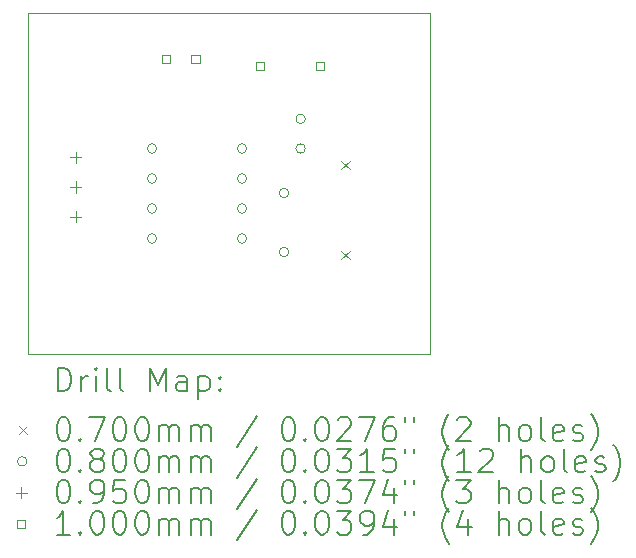
<source format=gbr>
%TF.GenerationSoftware,KiCad,Pcbnew,7.0.9*%
%TF.CreationDate,2023-12-15T09:36:53+01:00*%
%TF.ProjectId,VisibleLight,56697369-626c-4654-9c69-6768742e6b69,1.1*%
%TF.SameCoordinates,Original*%
%TF.FileFunction,Drillmap*%
%TF.FilePolarity,Positive*%
%FSLAX45Y45*%
G04 Gerber Fmt 4.5, Leading zero omitted, Abs format (unit mm)*
G04 Created by KiCad (PCBNEW 7.0.9) date 2023-12-15 09:36:53*
%MOMM*%
%LPD*%
G01*
G04 APERTURE LIST*
%ADD10C,0.100000*%
%ADD11C,0.200000*%
G04 APERTURE END LIST*
D10*
X4979050Y-1420700D02*
X8382650Y-1420700D01*
X8382650Y-4303600D01*
X4979050Y-4303600D01*
X4979050Y-1420700D01*
D11*
D10*
X7636450Y-2668400D02*
X7706450Y-2738400D01*
X7706450Y-2668400D02*
X7636450Y-2738400D01*
X7636450Y-3430400D02*
X7706450Y-3500400D01*
X7706450Y-3430400D02*
X7636450Y-3500400D01*
X6073150Y-2563700D02*
G75*
G03*
X6073150Y-2563700I-40000J0D01*
G01*
X6073150Y-2817700D02*
G75*
G03*
X6073150Y-2817700I-40000J0D01*
G01*
X6073150Y-3071700D02*
G75*
G03*
X6073150Y-3071700I-40000J0D01*
G01*
X6073150Y-3325700D02*
G75*
G03*
X6073150Y-3325700I-40000J0D01*
G01*
X6835150Y-2563700D02*
G75*
G03*
X6835150Y-2563700I-40000J0D01*
G01*
X6835150Y-2817700D02*
G75*
G03*
X6835150Y-2817700I-40000J0D01*
G01*
X6835150Y-3071700D02*
G75*
G03*
X6835150Y-3071700I-40000J0D01*
G01*
X6835150Y-3325700D02*
G75*
G03*
X6835150Y-3325700I-40000J0D01*
G01*
X7190750Y-2940000D02*
G75*
G03*
X7190750Y-2940000I-40000J0D01*
G01*
X7190750Y-3440000D02*
G75*
G03*
X7190750Y-3440000I-40000J0D01*
G01*
X7330450Y-2313700D02*
G75*
G03*
X7330450Y-2313700I-40000J0D01*
G01*
X7330450Y-2563700D02*
G75*
G03*
X7330450Y-2563700I-40000J0D01*
G01*
X5385450Y-2592400D02*
X5385450Y-2687400D01*
X5337950Y-2639900D02*
X5432950Y-2639900D01*
X5385450Y-2842400D02*
X5385450Y-2937400D01*
X5337950Y-2889900D02*
X5432950Y-2889900D01*
X5385450Y-3092400D02*
X5385450Y-3187400D01*
X5337950Y-3139900D02*
X5432950Y-3139900D01*
X6184806Y-1838756D02*
X6184806Y-1768044D01*
X6114094Y-1768044D01*
X6114094Y-1838756D01*
X6184806Y-1838756D01*
X6434806Y-1838756D02*
X6434806Y-1768044D01*
X6364094Y-1768044D01*
X6364094Y-1838756D01*
X6434806Y-1838756D01*
X6981906Y-1900556D02*
X6981906Y-1829844D01*
X6911194Y-1829844D01*
X6911194Y-1900556D01*
X6981906Y-1900556D01*
X7491906Y-1900556D02*
X7491906Y-1829844D01*
X7421194Y-1829844D01*
X7421194Y-1900556D01*
X7491906Y-1900556D01*
D11*
X5234827Y-4620084D02*
X5234827Y-4420084D01*
X5234827Y-4420084D02*
X5282446Y-4420084D01*
X5282446Y-4420084D02*
X5311017Y-4429608D01*
X5311017Y-4429608D02*
X5330065Y-4448655D01*
X5330065Y-4448655D02*
X5339589Y-4467703D01*
X5339589Y-4467703D02*
X5349113Y-4505798D01*
X5349113Y-4505798D02*
X5349113Y-4534370D01*
X5349113Y-4534370D02*
X5339589Y-4572465D01*
X5339589Y-4572465D02*
X5330065Y-4591512D01*
X5330065Y-4591512D02*
X5311017Y-4610560D01*
X5311017Y-4610560D02*
X5282446Y-4620084D01*
X5282446Y-4620084D02*
X5234827Y-4620084D01*
X5434827Y-4620084D02*
X5434827Y-4486750D01*
X5434827Y-4524846D02*
X5444351Y-4505798D01*
X5444351Y-4505798D02*
X5453874Y-4496274D01*
X5453874Y-4496274D02*
X5472922Y-4486750D01*
X5472922Y-4486750D02*
X5491970Y-4486750D01*
X5558636Y-4620084D02*
X5558636Y-4486750D01*
X5558636Y-4420084D02*
X5549113Y-4429608D01*
X5549113Y-4429608D02*
X5558636Y-4439131D01*
X5558636Y-4439131D02*
X5568160Y-4429608D01*
X5568160Y-4429608D02*
X5558636Y-4420084D01*
X5558636Y-4420084D02*
X5558636Y-4439131D01*
X5682446Y-4620084D02*
X5663398Y-4610560D01*
X5663398Y-4610560D02*
X5653874Y-4591512D01*
X5653874Y-4591512D02*
X5653874Y-4420084D01*
X5787208Y-4620084D02*
X5768160Y-4610560D01*
X5768160Y-4610560D02*
X5758636Y-4591512D01*
X5758636Y-4591512D02*
X5758636Y-4420084D01*
X6015779Y-4620084D02*
X6015779Y-4420084D01*
X6015779Y-4420084D02*
X6082446Y-4562941D01*
X6082446Y-4562941D02*
X6149112Y-4420084D01*
X6149112Y-4420084D02*
X6149112Y-4620084D01*
X6330065Y-4620084D02*
X6330065Y-4515322D01*
X6330065Y-4515322D02*
X6320541Y-4496274D01*
X6320541Y-4496274D02*
X6301493Y-4486750D01*
X6301493Y-4486750D02*
X6263398Y-4486750D01*
X6263398Y-4486750D02*
X6244351Y-4496274D01*
X6330065Y-4610560D02*
X6311017Y-4620084D01*
X6311017Y-4620084D02*
X6263398Y-4620084D01*
X6263398Y-4620084D02*
X6244351Y-4610560D01*
X6244351Y-4610560D02*
X6234827Y-4591512D01*
X6234827Y-4591512D02*
X6234827Y-4572465D01*
X6234827Y-4572465D02*
X6244351Y-4553417D01*
X6244351Y-4553417D02*
X6263398Y-4543893D01*
X6263398Y-4543893D02*
X6311017Y-4543893D01*
X6311017Y-4543893D02*
X6330065Y-4534370D01*
X6425303Y-4486750D02*
X6425303Y-4686750D01*
X6425303Y-4496274D02*
X6444351Y-4486750D01*
X6444351Y-4486750D02*
X6482446Y-4486750D01*
X6482446Y-4486750D02*
X6501493Y-4496274D01*
X6501493Y-4496274D02*
X6511017Y-4505798D01*
X6511017Y-4505798D02*
X6520541Y-4524846D01*
X6520541Y-4524846D02*
X6520541Y-4581989D01*
X6520541Y-4581989D02*
X6511017Y-4601036D01*
X6511017Y-4601036D02*
X6501493Y-4610560D01*
X6501493Y-4610560D02*
X6482446Y-4620084D01*
X6482446Y-4620084D02*
X6444351Y-4620084D01*
X6444351Y-4620084D02*
X6425303Y-4610560D01*
X6606255Y-4601036D02*
X6615779Y-4610560D01*
X6615779Y-4610560D02*
X6606255Y-4620084D01*
X6606255Y-4620084D02*
X6596732Y-4610560D01*
X6596732Y-4610560D02*
X6606255Y-4601036D01*
X6606255Y-4601036D02*
X6606255Y-4620084D01*
X6606255Y-4496274D02*
X6615779Y-4505798D01*
X6615779Y-4505798D02*
X6606255Y-4515322D01*
X6606255Y-4515322D02*
X6596732Y-4505798D01*
X6596732Y-4505798D02*
X6606255Y-4496274D01*
X6606255Y-4496274D02*
X6606255Y-4515322D01*
D10*
X4904050Y-4913600D02*
X4974050Y-4983600D01*
X4974050Y-4913600D02*
X4904050Y-4983600D01*
D11*
X5272922Y-4840084D02*
X5291970Y-4840084D01*
X5291970Y-4840084D02*
X5311017Y-4849608D01*
X5311017Y-4849608D02*
X5320541Y-4859131D01*
X5320541Y-4859131D02*
X5330065Y-4878179D01*
X5330065Y-4878179D02*
X5339589Y-4916274D01*
X5339589Y-4916274D02*
X5339589Y-4963893D01*
X5339589Y-4963893D02*
X5330065Y-5001989D01*
X5330065Y-5001989D02*
X5320541Y-5021036D01*
X5320541Y-5021036D02*
X5311017Y-5030560D01*
X5311017Y-5030560D02*
X5291970Y-5040084D01*
X5291970Y-5040084D02*
X5272922Y-5040084D01*
X5272922Y-5040084D02*
X5253874Y-5030560D01*
X5253874Y-5030560D02*
X5244351Y-5021036D01*
X5244351Y-5021036D02*
X5234827Y-5001989D01*
X5234827Y-5001989D02*
X5225303Y-4963893D01*
X5225303Y-4963893D02*
X5225303Y-4916274D01*
X5225303Y-4916274D02*
X5234827Y-4878179D01*
X5234827Y-4878179D02*
X5244351Y-4859131D01*
X5244351Y-4859131D02*
X5253874Y-4849608D01*
X5253874Y-4849608D02*
X5272922Y-4840084D01*
X5425303Y-5021036D02*
X5434827Y-5030560D01*
X5434827Y-5030560D02*
X5425303Y-5040084D01*
X5425303Y-5040084D02*
X5415779Y-5030560D01*
X5415779Y-5030560D02*
X5425303Y-5021036D01*
X5425303Y-5021036D02*
X5425303Y-5040084D01*
X5501494Y-4840084D02*
X5634827Y-4840084D01*
X5634827Y-4840084D02*
X5549113Y-5040084D01*
X5749112Y-4840084D02*
X5768160Y-4840084D01*
X5768160Y-4840084D02*
X5787208Y-4849608D01*
X5787208Y-4849608D02*
X5796732Y-4859131D01*
X5796732Y-4859131D02*
X5806255Y-4878179D01*
X5806255Y-4878179D02*
X5815779Y-4916274D01*
X5815779Y-4916274D02*
X5815779Y-4963893D01*
X5815779Y-4963893D02*
X5806255Y-5001989D01*
X5806255Y-5001989D02*
X5796732Y-5021036D01*
X5796732Y-5021036D02*
X5787208Y-5030560D01*
X5787208Y-5030560D02*
X5768160Y-5040084D01*
X5768160Y-5040084D02*
X5749112Y-5040084D01*
X5749112Y-5040084D02*
X5730065Y-5030560D01*
X5730065Y-5030560D02*
X5720541Y-5021036D01*
X5720541Y-5021036D02*
X5711017Y-5001989D01*
X5711017Y-5001989D02*
X5701493Y-4963893D01*
X5701493Y-4963893D02*
X5701493Y-4916274D01*
X5701493Y-4916274D02*
X5711017Y-4878179D01*
X5711017Y-4878179D02*
X5720541Y-4859131D01*
X5720541Y-4859131D02*
X5730065Y-4849608D01*
X5730065Y-4849608D02*
X5749112Y-4840084D01*
X5939589Y-4840084D02*
X5958636Y-4840084D01*
X5958636Y-4840084D02*
X5977684Y-4849608D01*
X5977684Y-4849608D02*
X5987208Y-4859131D01*
X5987208Y-4859131D02*
X5996732Y-4878179D01*
X5996732Y-4878179D02*
X6006255Y-4916274D01*
X6006255Y-4916274D02*
X6006255Y-4963893D01*
X6006255Y-4963893D02*
X5996732Y-5001989D01*
X5996732Y-5001989D02*
X5987208Y-5021036D01*
X5987208Y-5021036D02*
X5977684Y-5030560D01*
X5977684Y-5030560D02*
X5958636Y-5040084D01*
X5958636Y-5040084D02*
X5939589Y-5040084D01*
X5939589Y-5040084D02*
X5920541Y-5030560D01*
X5920541Y-5030560D02*
X5911017Y-5021036D01*
X5911017Y-5021036D02*
X5901493Y-5001989D01*
X5901493Y-5001989D02*
X5891970Y-4963893D01*
X5891970Y-4963893D02*
X5891970Y-4916274D01*
X5891970Y-4916274D02*
X5901493Y-4878179D01*
X5901493Y-4878179D02*
X5911017Y-4859131D01*
X5911017Y-4859131D02*
X5920541Y-4849608D01*
X5920541Y-4849608D02*
X5939589Y-4840084D01*
X6091970Y-5040084D02*
X6091970Y-4906750D01*
X6091970Y-4925798D02*
X6101493Y-4916274D01*
X6101493Y-4916274D02*
X6120541Y-4906750D01*
X6120541Y-4906750D02*
X6149113Y-4906750D01*
X6149113Y-4906750D02*
X6168160Y-4916274D01*
X6168160Y-4916274D02*
X6177684Y-4935322D01*
X6177684Y-4935322D02*
X6177684Y-5040084D01*
X6177684Y-4935322D02*
X6187208Y-4916274D01*
X6187208Y-4916274D02*
X6206255Y-4906750D01*
X6206255Y-4906750D02*
X6234827Y-4906750D01*
X6234827Y-4906750D02*
X6253874Y-4916274D01*
X6253874Y-4916274D02*
X6263398Y-4935322D01*
X6263398Y-4935322D02*
X6263398Y-5040084D01*
X6358636Y-5040084D02*
X6358636Y-4906750D01*
X6358636Y-4925798D02*
X6368160Y-4916274D01*
X6368160Y-4916274D02*
X6387208Y-4906750D01*
X6387208Y-4906750D02*
X6415779Y-4906750D01*
X6415779Y-4906750D02*
X6434827Y-4916274D01*
X6434827Y-4916274D02*
X6444351Y-4935322D01*
X6444351Y-4935322D02*
X6444351Y-5040084D01*
X6444351Y-4935322D02*
X6453874Y-4916274D01*
X6453874Y-4916274D02*
X6472922Y-4906750D01*
X6472922Y-4906750D02*
X6501493Y-4906750D01*
X6501493Y-4906750D02*
X6520541Y-4916274D01*
X6520541Y-4916274D02*
X6530065Y-4935322D01*
X6530065Y-4935322D02*
X6530065Y-5040084D01*
X6920541Y-4830560D02*
X6749113Y-5087703D01*
X7177684Y-4840084D02*
X7196732Y-4840084D01*
X7196732Y-4840084D02*
X7215779Y-4849608D01*
X7215779Y-4849608D02*
X7225303Y-4859131D01*
X7225303Y-4859131D02*
X7234827Y-4878179D01*
X7234827Y-4878179D02*
X7244351Y-4916274D01*
X7244351Y-4916274D02*
X7244351Y-4963893D01*
X7244351Y-4963893D02*
X7234827Y-5001989D01*
X7234827Y-5001989D02*
X7225303Y-5021036D01*
X7225303Y-5021036D02*
X7215779Y-5030560D01*
X7215779Y-5030560D02*
X7196732Y-5040084D01*
X7196732Y-5040084D02*
X7177684Y-5040084D01*
X7177684Y-5040084D02*
X7158636Y-5030560D01*
X7158636Y-5030560D02*
X7149113Y-5021036D01*
X7149113Y-5021036D02*
X7139589Y-5001989D01*
X7139589Y-5001989D02*
X7130065Y-4963893D01*
X7130065Y-4963893D02*
X7130065Y-4916274D01*
X7130065Y-4916274D02*
X7139589Y-4878179D01*
X7139589Y-4878179D02*
X7149113Y-4859131D01*
X7149113Y-4859131D02*
X7158636Y-4849608D01*
X7158636Y-4849608D02*
X7177684Y-4840084D01*
X7330065Y-5021036D02*
X7339589Y-5030560D01*
X7339589Y-5030560D02*
X7330065Y-5040084D01*
X7330065Y-5040084D02*
X7320541Y-5030560D01*
X7320541Y-5030560D02*
X7330065Y-5021036D01*
X7330065Y-5021036D02*
X7330065Y-5040084D01*
X7463398Y-4840084D02*
X7482446Y-4840084D01*
X7482446Y-4840084D02*
X7501494Y-4849608D01*
X7501494Y-4849608D02*
X7511017Y-4859131D01*
X7511017Y-4859131D02*
X7520541Y-4878179D01*
X7520541Y-4878179D02*
X7530065Y-4916274D01*
X7530065Y-4916274D02*
X7530065Y-4963893D01*
X7530065Y-4963893D02*
X7520541Y-5001989D01*
X7520541Y-5001989D02*
X7511017Y-5021036D01*
X7511017Y-5021036D02*
X7501494Y-5030560D01*
X7501494Y-5030560D02*
X7482446Y-5040084D01*
X7482446Y-5040084D02*
X7463398Y-5040084D01*
X7463398Y-5040084D02*
X7444351Y-5030560D01*
X7444351Y-5030560D02*
X7434827Y-5021036D01*
X7434827Y-5021036D02*
X7425303Y-5001989D01*
X7425303Y-5001989D02*
X7415779Y-4963893D01*
X7415779Y-4963893D02*
X7415779Y-4916274D01*
X7415779Y-4916274D02*
X7425303Y-4878179D01*
X7425303Y-4878179D02*
X7434827Y-4859131D01*
X7434827Y-4859131D02*
X7444351Y-4849608D01*
X7444351Y-4849608D02*
X7463398Y-4840084D01*
X7606256Y-4859131D02*
X7615779Y-4849608D01*
X7615779Y-4849608D02*
X7634827Y-4840084D01*
X7634827Y-4840084D02*
X7682446Y-4840084D01*
X7682446Y-4840084D02*
X7701494Y-4849608D01*
X7701494Y-4849608D02*
X7711017Y-4859131D01*
X7711017Y-4859131D02*
X7720541Y-4878179D01*
X7720541Y-4878179D02*
X7720541Y-4897227D01*
X7720541Y-4897227D02*
X7711017Y-4925798D01*
X7711017Y-4925798D02*
X7596732Y-5040084D01*
X7596732Y-5040084D02*
X7720541Y-5040084D01*
X7787208Y-4840084D02*
X7920541Y-4840084D01*
X7920541Y-4840084D02*
X7834827Y-5040084D01*
X8082446Y-4840084D02*
X8044351Y-4840084D01*
X8044351Y-4840084D02*
X8025303Y-4849608D01*
X8025303Y-4849608D02*
X8015779Y-4859131D01*
X8015779Y-4859131D02*
X7996732Y-4887703D01*
X7996732Y-4887703D02*
X7987208Y-4925798D01*
X7987208Y-4925798D02*
X7987208Y-5001989D01*
X7987208Y-5001989D02*
X7996732Y-5021036D01*
X7996732Y-5021036D02*
X8006256Y-5030560D01*
X8006256Y-5030560D02*
X8025303Y-5040084D01*
X8025303Y-5040084D02*
X8063398Y-5040084D01*
X8063398Y-5040084D02*
X8082446Y-5030560D01*
X8082446Y-5030560D02*
X8091970Y-5021036D01*
X8091970Y-5021036D02*
X8101494Y-5001989D01*
X8101494Y-5001989D02*
X8101494Y-4954370D01*
X8101494Y-4954370D02*
X8091970Y-4935322D01*
X8091970Y-4935322D02*
X8082446Y-4925798D01*
X8082446Y-4925798D02*
X8063398Y-4916274D01*
X8063398Y-4916274D02*
X8025303Y-4916274D01*
X8025303Y-4916274D02*
X8006256Y-4925798D01*
X8006256Y-4925798D02*
X7996732Y-4935322D01*
X7996732Y-4935322D02*
X7987208Y-4954370D01*
X8177684Y-4840084D02*
X8177684Y-4878179D01*
X8253875Y-4840084D02*
X8253875Y-4878179D01*
X8549113Y-5116274D02*
X8539589Y-5106750D01*
X8539589Y-5106750D02*
X8520541Y-5078179D01*
X8520541Y-5078179D02*
X8511018Y-5059131D01*
X8511018Y-5059131D02*
X8501494Y-5030560D01*
X8501494Y-5030560D02*
X8491970Y-4982941D01*
X8491970Y-4982941D02*
X8491970Y-4944846D01*
X8491970Y-4944846D02*
X8501494Y-4897227D01*
X8501494Y-4897227D02*
X8511018Y-4868655D01*
X8511018Y-4868655D02*
X8520541Y-4849608D01*
X8520541Y-4849608D02*
X8539589Y-4821036D01*
X8539589Y-4821036D02*
X8549113Y-4811512D01*
X8615780Y-4859131D02*
X8625303Y-4849608D01*
X8625303Y-4849608D02*
X8644351Y-4840084D01*
X8644351Y-4840084D02*
X8691970Y-4840084D01*
X8691970Y-4840084D02*
X8711018Y-4849608D01*
X8711018Y-4849608D02*
X8720541Y-4859131D01*
X8720541Y-4859131D02*
X8730065Y-4878179D01*
X8730065Y-4878179D02*
X8730065Y-4897227D01*
X8730065Y-4897227D02*
X8720541Y-4925798D01*
X8720541Y-4925798D02*
X8606256Y-5040084D01*
X8606256Y-5040084D02*
X8730065Y-5040084D01*
X8968161Y-5040084D02*
X8968161Y-4840084D01*
X9053875Y-5040084D02*
X9053875Y-4935322D01*
X9053875Y-4935322D02*
X9044351Y-4916274D01*
X9044351Y-4916274D02*
X9025303Y-4906750D01*
X9025303Y-4906750D02*
X8996732Y-4906750D01*
X8996732Y-4906750D02*
X8977684Y-4916274D01*
X8977684Y-4916274D02*
X8968161Y-4925798D01*
X9177684Y-5040084D02*
X9158637Y-5030560D01*
X9158637Y-5030560D02*
X9149113Y-5021036D01*
X9149113Y-5021036D02*
X9139589Y-5001989D01*
X9139589Y-5001989D02*
X9139589Y-4944846D01*
X9139589Y-4944846D02*
X9149113Y-4925798D01*
X9149113Y-4925798D02*
X9158637Y-4916274D01*
X9158637Y-4916274D02*
X9177684Y-4906750D01*
X9177684Y-4906750D02*
X9206256Y-4906750D01*
X9206256Y-4906750D02*
X9225303Y-4916274D01*
X9225303Y-4916274D02*
X9234827Y-4925798D01*
X9234827Y-4925798D02*
X9244351Y-4944846D01*
X9244351Y-4944846D02*
X9244351Y-5001989D01*
X9244351Y-5001989D02*
X9234827Y-5021036D01*
X9234827Y-5021036D02*
X9225303Y-5030560D01*
X9225303Y-5030560D02*
X9206256Y-5040084D01*
X9206256Y-5040084D02*
X9177684Y-5040084D01*
X9358637Y-5040084D02*
X9339589Y-5030560D01*
X9339589Y-5030560D02*
X9330065Y-5011512D01*
X9330065Y-5011512D02*
X9330065Y-4840084D01*
X9511018Y-5030560D02*
X9491970Y-5040084D01*
X9491970Y-5040084D02*
X9453875Y-5040084D01*
X9453875Y-5040084D02*
X9434827Y-5030560D01*
X9434827Y-5030560D02*
X9425303Y-5011512D01*
X9425303Y-5011512D02*
X9425303Y-4935322D01*
X9425303Y-4935322D02*
X9434827Y-4916274D01*
X9434827Y-4916274D02*
X9453875Y-4906750D01*
X9453875Y-4906750D02*
X9491970Y-4906750D01*
X9491970Y-4906750D02*
X9511018Y-4916274D01*
X9511018Y-4916274D02*
X9520542Y-4935322D01*
X9520542Y-4935322D02*
X9520542Y-4954370D01*
X9520542Y-4954370D02*
X9425303Y-4973417D01*
X9596732Y-5030560D02*
X9615780Y-5040084D01*
X9615780Y-5040084D02*
X9653875Y-5040084D01*
X9653875Y-5040084D02*
X9672923Y-5030560D01*
X9672923Y-5030560D02*
X9682446Y-5011512D01*
X9682446Y-5011512D02*
X9682446Y-5001989D01*
X9682446Y-5001989D02*
X9672923Y-4982941D01*
X9672923Y-4982941D02*
X9653875Y-4973417D01*
X9653875Y-4973417D02*
X9625303Y-4973417D01*
X9625303Y-4973417D02*
X9606256Y-4963893D01*
X9606256Y-4963893D02*
X9596732Y-4944846D01*
X9596732Y-4944846D02*
X9596732Y-4935322D01*
X9596732Y-4935322D02*
X9606256Y-4916274D01*
X9606256Y-4916274D02*
X9625303Y-4906750D01*
X9625303Y-4906750D02*
X9653875Y-4906750D01*
X9653875Y-4906750D02*
X9672923Y-4916274D01*
X9749113Y-5116274D02*
X9758637Y-5106750D01*
X9758637Y-5106750D02*
X9777684Y-5078179D01*
X9777684Y-5078179D02*
X9787208Y-5059131D01*
X9787208Y-5059131D02*
X9796732Y-5030560D01*
X9796732Y-5030560D02*
X9806256Y-4982941D01*
X9806256Y-4982941D02*
X9806256Y-4944846D01*
X9806256Y-4944846D02*
X9796732Y-4897227D01*
X9796732Y-4897227D02*
X9787208Y-4868655D01*
X9787208Y-4868655D02*
X9777684Y-4849608D01*
X9777684Y-4849608D02*
X9758637Y-4821036D01*
X9758637Y-4821036D02*
X9749113Y-4811512D01*
D10*
X4974050Y-5212600D02*
G75*
G03*
X4974050Y-5212600I-40000J0D01*
G01*
D11*
X5272922Y-5104084D02*
X5291970Y-5104084D01*
X5291970Y-5104084D02*
X5311017Y-5113608D01*
X5311017Y-5113608D02*
X5320541Y-5123131D01*
X5320541Y-5123131D02*
X5330065Y-5142179D01*
X5330065Y-5142179D02*
X5339589Y-5180274D01*
X5339589Y-5180274D02*
X5339589Y-5227893D01*
X5339589Y-5227893D02*
X5330065Y-5265989D01*
X5330065Y-5265989D02*
X5320541Y-5285036D01*
X5320541Y-5285036D02*
X5311017Y-5294560D01*
X5311017Y-5294560D02*
X5291970Y-5304084D01*
X5291970Y-5304084D02*
X5272922Y-5304084D01*
X5272922Y-5304084D02*
X5253874Y-5294560D01*
X5253874Y-5294560D02*
X5244351Y-5285036D01*
X5244351Y-5285036D02*
X5234827Y-5265989D01*
X5234827Y-5265989D02*
X5225303Y-5227893D01*
X5225303Y-5227893D02*
X5225303Y-5180274D01*
X5225303Y-5180274D02*
X5234827Y-5142179D01*
X5234827Y-5142179D02*
X5244351Y-5123131D01*
X5244351Y-5123131D02*
X5253874Y-5113608D01*
X5253874Y-5113608D02*
X5272922Y-5104084D01*
X5425303Y-5285036D02*
X5434827Y-5294560D01*
X5434827Y-5294560D02*
X5425303Y-5304084D01*
X5425303Y-5304084D02*
X5415779Y-5294560D01*
X5415779Y-5294560D02*
X5425303Y-5285036D01*
X5425303Y-5285036D02*
X5425303Y-5304084D01*
X5549113Y-5189798D02*
X5530065Y-5180274D01*
X5530065Y-5180274D02*
X5520541Y-5170750D01*
X5520541Y-5170750D02*
X5511017Y-5151703D01*
X5511017Y-5151703D02*
X5511017Y-5142179D01*
X5511017Y-5142179D02*
X5520541Y-5123131D01*
X5520541Y-5123131D02*
X5530065Y-5113608D01*
X5530065Y-5113608D02*
X5549113Y-5104084D01*
X5549113Y-5104084D02*
X5587208Y-5104084D01*
X5587208Y-5104084D02*
X5606255Y-5113608D01*
X5606255Y-5113608D02*
X5615779Y-5123131D01*
X5615779Y-5123131D02*
X5625303Y-5142179D01*
X5625303Y-5142179D02*
X5625303Y-5151703D01*
X5625303Y-5151703D02*
X5615779Y-5170750D01*
X5615779Y-5170750D02*
X5606255Y-5180274D01*
X5606255Y-5180274D02*
X5587208Y-5189798D01*
X5587208Y-5189798D02*
X5549113Y-5189798D01*
X5549113Y-5189798D02*
X5530065Y-5199322D01*
X5530065Y-5199322D02*
X5520541Y-5208846D01*
X5520541Y-5208846D02*
X5511017Y-5227893D01*
X5511017Y-5227893D02*
X5511017Y-5265989D01*
X5511017Y-5265989D02*
X5520541Y-5285036D01*
X5520541Y-5285036D02*
X5530065Y-5294560D01*
X5530065Y-5294560D02*
X5549113Y-5304084D01*
X5549113Y-5304084D02*
X5587208Y-5304084D01*
X5587208Y-5304084D02*
X5606255Y-5294560D01*
X5606255Y-5294560D02*
X5615779Y-5285036D01*
X5615779Y-5285036D02*
X5625303Y-5265989D01*
X5625303Y-5265989D02*
X5625303Y-5227893D01*
X5625303Y-5227893D02*
X5615779Y-5208846D01*
X5615779Y-5208846D02*
X5606255Y-5199322D01*
X5606255Y-5199322D02*
X5587208Y-5189798D01*
X5749112Y-5104084D02*
X5768160Y-5104084D01*
X5768160Y-5104084D02*
X5787208Y-5113608D01*
X5787208Y-5113608D02*
X5796732Y-5123131D01*
X5796732Y-5123131D02*
X5806255Y-5142179D01*
X5806255Y-5142179D02*
X5815779Y-5180274D01*
X5815779Y-5180274D02*
X5815779Y-5227893D01*
X5815779Y-5227893D02*
X5806255Y-5265989D01*
X5806255Y-5265989D02*
X5796732Y-5285036D01*
X5796732Y-5285036D02*
X5787208Y-5294560D01*
X5787208Y-5294560D02*
X5768160Y-5304084D01*
X5768160Y-5304084D02*
X5749112Y-5304084D01*
X5749112Y-5304084D02*
X5730065Y-5294560D01*
X5730065Y-5294560D02*
X5720541Y-5285036D01*
X5720541Y-5285036D02*
X5711017Y-5265989D01*
X5711017Y-5265989D02*
X5701493Y-5227893D01*
X5701493Y-5227893D02*
X5701493Y-5180274D01*
X5701493Y-5180274D02*
X5711017Y-5142179D01*
X5711017Y-5142179D02*
X5720541Y-5123131D01*
X5720541Y-5123131D02*
X5730065Y-5113608D01*
X5730065Y-5113608D02*
X5749112Y-5104084D01*
X5939589Y-5104084D02*
X5958636Y-5104084D01*
X5958636Y-5104084D02*
X5977684Y-5113608D01*
X5977684Y-5113608D02*
X5987208Y-5123131D01*
X5987208Y-5123131D02*
X5996732Y-5142179D01*
X5996732Y-5142179D02*
X6006255Y-5180274D01*
X6006255Y-5180274D02*
X6006255Y-5227893D01*
X6006255Y-5227893D02*
X5996732Y-5265989D01*
X5996732Y-5265989D02*
X5987208Y-5285036D01*
X5987208Y-5285036D02*
X5977684Y-5294560D01*
X5977684Y-5294560D02*
X5958636Y-5304084D01*
X5958636Y-5304084D02*
X5939589Y-5304084D01*
X5939589Y-5304084D02*
X5920541Y-5294560D01*
X5920541Y-5294560D02*
X5911017Y-5285036D01*
X5911017Y-5285036D02*
X5901493Y-5265989D01*
X5901493Y-5265989D02*
X5891970Y-5227893D01*
X5891970Y-5227893D02*
X5891970Y-5180274D01*
X5891970Y-5180274D02*
X5901493Y-5142179D01*
X5901493Y-5142179D02*
X5911017Y-5123131D01*
X5911017Y-5123131D02*
X5920541Y-5113608D01*
X5920541Y-5113608D02*
X5939589Y-5104084D01*
X6091970Y-5304084D02*
X6091970Y-5170750D01*
X6091970Y-5189798D02*
X6101493Y-5180274D01*
X6101493Y-5180274D02*
X6120541Y-5170750D01*
X6120541Y-5170750D02*
X6149113Y-5170750D01*
X6149113Y-5170750D02*
X6168160Y-5180274D01*
X6168160Y-5180274D02*
X6177684Y-5199322D01*
X6177684Y-5199322D02*
X6177684Y-5304084D01*
X6177684Y-5199322D02*
X6187208Y-5180274D01*
X6187208Y-5180274D02*
X6206255Y-5170750D01*
X6206255Y-5170750D02*
X6234827Y-5170750D01*
X6234827Y-5170750D02*
X6253874Y-5180274D01*
X6253874Y-5180274D02*
X6263398Y-5199322D01*
X6263398Y-5199322D02*
X6263398Y-5304084D01*
X6358636Y-5304084D02*
X6358636Y-5170750D01*
X6358636Y-5189798D02*
X6368160Y-5180274D01*
X6368160Y-5180274D02*
X6387208Y-5170750D01*
X6387208Y-5170750D02*
X6415779Y-5170750D01*
X6415779Y-5170750D02*
X6434827Y-5180274D01*
X6434827Y-5180274D02*
X6444351Y-5199322D01*
X6444351Y-5199322D02*
X6444351Y-5304084D01*
X6444351Y-5199322D02*
X6453874Y-5180274D01*
X6453874Y-5180274D02*
X6472922Y-5170750D01*
X6472922Y-5170750D02*
X6501493Y-5170750D01*
X6501493Y-5170750D02*
X6520541Y-5180274D01*
X6520541Y-5180274D02*
X6530065Y-5199322D01*
X6530065Y-5199322D02*
X6530065Y-5304084D01*
X6920541Y-5094560D02*
X6749113Y-5351703D01*
X7177684Y-5104084D02*
X7196732Y-5104084D01*
X7196732Y-5104084D02*
X7215779Y-5113608D01*
X7215779Y-5113608D02*
X7225303Y-5123131D01*
X7225303Y-5123131D02*
X7234827Y-5142179D01*
X7234827Y-5142179D02*
X7244351Y-5180274D01*
X7244351Y-5180274D02*
X7244351Y-5227893D01*
X7244351Y-5227893D02*
X7234827Y-5265989D01*
X7234827Y-5265989D02*
X7225303Y-5285036D01*
X7225303Y-5285036D02*
X7215779Y-5294560D01*
X7215779Y-5294560D02*
X7196732Y-5304084D01*
X7196732Y-5304084D02*
X7177684Y-5304084D01*
X7177684Y-5304084D02*
X7158636Y-5294560D01*
X7158636Y-5294560D02*
X7149113Y-5285036D01*
X7149113Y-5285036D02*
X7139589Y-5265989D01*
X7139589Y-5265989D02*
X7130065Y-5227893D01*
X7130065Y-5227893D02*
X7130065Y-5180274D01*
X7130065Y-5180274D02*
X7139589Y-5142179D01*
X7139589Y-5142179D02*
X7149113Y-5123131D01*
X7149113Y-5123131D02*
X7158636Y-5113608D01*
X7158636Y-5113608D02*
X7177684Y-5104084D01*
X7330065Y-5285036D02*
X7339589Y-5294560D01*
X7339589Y-5294560D02*
X7330065Y-5304084D01*
X7330065Y-5304084D02*
X7320541Y-5294560D01*
X7320541Y-5294560D02*
X7330065Y-5285036D01*
X7330065Y-5285036D02*
X7330065Y-5304084D01*
X7463398Y-5104084D02*
X7482446Y-5104084D01*
X7482446Y-5104084D02*
X7501494Y-5113608D01*
X7501494Y-5113608D02*
X7511017Y-5123131D01*
X7511017Y-5123131D02*
X7520541Y-5142179D01*
X7520541Y-5142179D02*
X7530065Y-5180274D01*
X7530065Y-5180274D02*
X7530065Y-5227893D01*
X7530065Y-5227893D02*
X7520541Y-5265989D01*
X7520541Y-5265989D02*
X7511017Y-5285036D01*
X7511017Y-5285036D02*
X7501494Y-5294560D01*
X7501494Y-5294560D02*
X7482446Y-5304084D01*
X7482446Y-5304084D02*
X7463398Y-5304084D01*
X7463398Y-5304084D02*
X7444351Y-5294560D01*
X7444351Y-5294560D02*
X7434827Y-5285036D01*
X7434827Y-5285036D02*
X7425303Y-5265989D01*
X7425303Y-5265989D02*
X7415779Y-5227893D01*
X7415779Y-5227893D02*
X7415779Y-5180274D01*
X7415779Y-5180274D02*
X7425303Y-5142179D01*
X7425303Y-5142179D02*
X7434827Y-5123131D01*
X7434827Y-5123131D02*
X7444351Y-5113608D01*
X7444351Y-5113608D02*
X7463398Y-5104084D01*
X7596732Y-5104084D02*
X7720541Y-5104084D01*
X7720541Y-5104084D02*
X7653875Y-5180274D01*
X7653875Y-5180274D02*
X7682446Y-5180274D01*
X7682446Y-5180274D02*
X7701494Y-5189798D01*
X7701494Y-5189798D02*
X7711017Y-5199322D01*
X7711017Y-5199322D02*
X7720541Y-5218370D01*
X7720541Y-5218370D02*
X7720541Y-5265989D01*
X7720541Y-5265989D02*
X7711017Y-5285036D01*
X7711017Y-5285036D02*
X7701494Y-5294560D01*
X7701494Y-5294560D02*
X7682446Y-5304084D01*
X7682446Y-5304084D02*
X7625303Y-5304084D01*
X7625303Y-5304084D02*
X7606256Y-5294560D01*
X7606256Y-5294560D02*
X7596732Y-5285036D01*
X7911017Y-5304084D02*
X7796732Y-5304084D01*
X7853875Y-5304084D02*
X7853875Y-5104084D01*
X7853875Y-5104084D02*
X7834827Y-5132655D01*
X7834827Y-5132655D02*
X7815779Y-5151703D01*
X7815779Y-5151703D02*
X7796732Y-5161227D01*
X8091970Y-5104084D02*
X7996732Y-5104084D01*
X7996732Y-5104084D02*
X7987208Y-5199322D01*
X7987208Y-5199322D02*
X7996732Y-5189798D01*
X7996732Y-5189798D02*
X8015779Y-5180274D01*
X8015779Y-5180274D02*
X8063398Y-5180274D01*
X8063398Y-5180274D02*
X8082446Y-5189798D01*
X8082446Y-5189798D02*
X8091970Y-5199322D01*
X8091970Y-5199322D02*
X8101494Y-5218370D01*
X8101494Y-5218370D02*
X8101494Y-5265989D01*
X8101494Y-5265989D02*
X8091970Y-5285036D01*
X8091970Y-5285036D02*
X8082446Y-5294560D01*
X8082446Y-5294560D02*
X8063398Y-5304084D01*
X8063398Y-5304084D02*
X8015779Y-5304084D01*
X8015779Y-5304084D02*
X7996732Y-5294560D01*
X7996732Y-5294560D02*
X7987208Y-5285036D01*
X8177684Y-5104084D02*
X8177684Y-5142179D01*
X8253875Y-5104084D02*
X8253875Y-5142179D01*
X8549113Y-5380274D02*
X8539589Y-5370750D01*
X8539589Y-5370750D02*
X8520541Y-5342179D01*
X8520541Y-5342179D02*
X8511018Y-5323131D01*
X8511018Y-5323131D02*
X8501494Y-5294560D01*
X8501494Y-5294560D02*
X8491970Y-5246941D01*
X8491970Y-5246941D02*
X8491970Y-5208846D01*
X8491970Y-5208846D02*
X8501494Y-5161227D01*
X8501494Y-5161227D02*
X8511018Y-5132655D01*
X8511018Y-5132655D02*
X8520541Y-5113608D01*
X8520541Y-5113608D02*
X8539589Y-5085036D01*
X8539589Y-5085036D02*
X8549113Y-5075512D01*
X8730065Y-5304084D02*
X8615780Y-5304084D01*
X8672922Y-5304084D02*
X8672922Y-5104084D01*
X8672922Y-5104084D02*
X8653875Y-5132655D01*
X8653875Y-5132655D02*
X8634827Y-5151703D01*
X8634827Y-5151703D02*
X8615780Y-5161227D01*
X8806256Y-5123131D02*
X8815780Y-5113608D01*
X8815780Y-5113608D02*
X8834827Y-5104084D01*
X8834827Y-5104084D02*
X8882446Y-5104084D01*
X8882446Y-5104084D02*
X8901494Y-5113608D01*
X8901494Y-5113608D02*
X8911018Y-5123131D01*
X8911018Y-5123131D02*
X8920541Y-5142179D01*
X8920541Y-5142179D02*
X8920541Y-5161227D01*
X8920541Y-5161227D02*
X8911018Y-5189798D01*
X8911018Y-5189798D02*
X8796732Y-5304084D01*
X8796732Y-5304084D02*
X8920541Y-5304084D01*
X9158637Y-5304084D02*
X9158637Y-5104084D01*
X9244351Y-5304084D02*
X9244351Y-5199322D01*
X9244351Y-5199322D02*
X9234827Y-5180274D01*
X9234827Y-5180274D02*
X9215780Y-5170750D01*
X9215780Y-5170750D02*
X9187208Y-5170750D01*
X9187208Y-5170750D02*
X9168161Y-5180274D01*
X9168161Y-5180274D02*
X9158637Y-5189798D01*
X9368161Y-5304084D02*
X9349113Y-5294560D01*
X9349113Y-5294560D02*
X9339589Y-5285036D01*
X9339589Y-5285036D02*
X9330065Y-5265989D01*
X9330065Y-5265989D02*
X9330065Y-5208846D01*
X9330065Y-5208846D02*
X9339589Y-5189798D01*
X9339589Y-5189798D02*
X9349113Y-5180274D01*
X9349113Y-5180274D02*
X9368161Y-5170750D01*
X9368161Y-5170750D02*
X9396732Y-5170750D01*
X9396732Y-5170750D02*
X9415780Y-5180274D01*
X9415780Y-5180274D02*
X9425303Y-5189798D01*
X9425303Y-5189798D02*
X9434827Y-5208846D01*
X9434827Y-5208846D02*
X9434827Y-5265989D01*
X9434827Y-5265989D02*
X9425303Y-5285036D01*
X9425303Y-5285036D02*
X9415780Y-5294560D01*
X9415780Y-5294560D02*
X9396732Y-5304084D01*
X9396732Y-5304084D02*
X9368161Y-5304084D01*
X9549113Y-5304084D02*
X9530065Y-5294560D01*
X9530065Y-5294560D02*
X9520542Y-5275512D01*
X9520542Y-5275512D02*
X9520542Y-5104084D01*
X9701494Y-5294560D02*
X9682446Y-5304084D01*
X9682446Y-5304084D02*
X9644351Y-5304084D01*
X9644351Y-5304084D02*
X9625303Y-5294560D01*
X9625303Y-5294560D02*
X9615780Y-5275512D01*
X9615780Y-5275512D02*
X9615780Y-5199322D01*
X9615780Y-5199322D02*
X9625303Y-5180274D01*
X9625303Y-5180274D02*
X9644351Y-5170750D01*
X9644351Y-5170750D02*
X9682446Y-5170750D01*
X9682446Y-5170750D02*
X9701494Y-5180274D01*
X9701494Y-5180274D02*
X9711018Y-5199322D01*
X9711018Y-5199322D02*
X9711018Y-5218370D01*
X9711018Y-5218370D02*
X9615780Y-5237417D01*
X9787208Y-5294560D02*
X9806256Y-5304084D01*
X9806256Y-5304084D02*
X9844351Y-5304084D01*
X9844351Y-5304084D02*
X9863399Y-5294560D01*
X9863399Y-5294560D02*
X9872923Y-5275512D01*
X9872923Y-5275512D02*
X9872923Y-5265989D01*
X9872923Y-5265989D02*
X9863399Y-5246941D01*
X9863399Y-5246941D02*
X9844351Y-5237417D01*
X9844351Y-5237417D02*
X9815780Y-5237417D01*
X9815780Y-5237417D02*
X9796732Y-5227893D01*
X9796732Y-5227893D02*
X9787208Y-5208846D01*
X9787208Y-5208846D02*
X9787208Y-5199322D01*
X9787208Y-5199322D02*
X9796732Y-5180274D01*
X9796732Y-5180274D02*
X9815780Y-5170750D01*
X9815780Y-5170750D02*
X9844351Y-5170750D01*
X9844351Y-5170750D02*
X9863399Y-5180274D01*
X9939589Y-5380274D02*
X9949113Y-5370750D01*
X9949113Y-5370750D02*
X9968161Y-5342179D01*
X9968161Y-5342179D02*
X9977684Y-5323131D01*
X9977684Y-5323131D02*
X9987208Y-5294560D01*
X9987208Y-5294560D02*
X9996732Y-5246941D01*
X9996732Y-5246941D02*
X9996732Y-5208846D01*
X9996732Y-5208846D02*
X9987208Y-5161227D01*
X9987208Y-5161227D02*
X9977684Y-5132655D01*
X9977684Y-5132655D02*
X9968161Y-5113608D01*
X9968161Y-5113608D02*
X9949113Y-5085036D01*
X9949113Y-5085036D02*
X9939589Y-5075512D01*
D10*
X4926550Y-5429100D02*
X4926550Y-5524100D01*
X4879050Y-5476600D02*
X4974050Y-5476600D01*
D11*
X5272922Y-5368084D02*
X5291970Y-5368084D01*
X5291970Y-5368084D02*
X5311017Y-5377608D01*
X5311017Y-5377608D02*
X5320541Y-5387131D01*
X5320541Y-5387131D02*
X5330065Y-5406179D01*
X5330065Y-5406179D02*
X5339589Y-5444274D01*
X5339589Y-5444274D02*
X5339589Y-5491893D01*
X5339589Y-5491893D02*
X5330065Y-5529989D01*
X5330065Y-5529989D02*
X5320541Y-5549036D01*
X5320541Y-5549036D02*
X5311017Y-5558560D01*
X5311017Y-5558560D02*
X5291970Y-5568084D01*
X5291970Y-5568084D02*
X5272922Y-5568084D01*
X5272922Y-5568084D02*
X5253874Y-5558560D01*
X5253874Y-5558560D02*
X5244351Y-5549036D01*
X5244351Y-5549036D02*
X5234827Y-5529989D01*
X5234827Y-5529989D02*
X5225303Y-5491893D01*
X5225303Y-5491893D02*
X5225303Y-5444274D01*
X5225303Y-5444274D02*
X5234827Y-5406179D01*
X5234827Y-5406179D02*
X5244351Y-5387131D01*
X5244351Y-5387131D02*
X5253874Y-5377608D01*
X5253874Y-5377608D02*
X5272922Y-5368084D01*
X5425303Y-5549036D02*
X5434827Y-5558560D01*
X5434827Y-5558560D02*
X5425303Y-5568084D01*
X5425303Y-5568084D02*
X5415779Y-5558560D01*
X5415779Y-5558560D02*
X5425303Y-5549036D01*
X5425303Y-5549036D02*
X5425303Y-5568084D01*
X5530065Y-5568084D02*
X5568160Y-5568084D01*
X5568160Y-5568084D02*
X5587208Y-5558560D01*
X5587208Y-5558560D02*
X5596732Y-5549036D01*
X5596732Y-5549036D02*
X5615779Y-5520465D01*
X5615779Y-5520465D02*
X5625303Y-5482370D01*
X5625303Y-5482370D02*
X5625303Y-5406179D01*
X5625303Y-5406179D02*
X5615779Y-5387131D01*
X5615779Y-5387131D02*
X5606255Y-5377608D01*
X5606255Y-5377608D02*
X5587208Y-5368084D01*
X5587208Y-5368084D02*
X5549113Y-5368084D01*
X5549113Y-5368084D02*
X5530065Y-5377608D01*
X5530065Y-5377608D02*
X5520541Y-5387131D01*
X5520541Y-5387131D02*
X5511017Y-5406179D01*
X5511017Y-5406179D02*
X5511017Y-5453798D01*
X5511017Y-5453798D02*
X5520541Y-5472846D01*
X5520541Y-5472846D02*
X5530065Y-5482370D01*
X5530065Y-5482370D02*
X5549113Y-5491893D01*
X5549113Y-5491893D02*
X5587208Y-5491893D01*
X5587208Y-5491893D02*
X5606255Y-5482370D01*
X5606255Y-5482370D02*
X5615779Y-5472846D01*
X5615779Y-5472846D02*
X5625303Y-5453798D01*
X5806255Y-5368084D02*
X5711017Y-5368084D01*
X5711017Y-5368084D02*
X5701493Y-5463322D01*
X5701493Y-5463322D02*
X5711017Y-5453798D01*
X5711017Y-5453798D02*
X5730065Y-5444274D01*
X5730065Y-5444274D02*
X5777684Y-5444274D01*
X5777684Y-5444274D02*
X5796732Y-5453798D01*
X5796732Y-5453798D02*
X5806255Y-5463322D01*
X5806255Y-5463322D02*
X5815779Y-5482370D01*
X5815779Y-5482370D02*
X5815779Y-5529989D01*
X5815779Y-5529989D02*
X5806255Y-5549036D01*
X5806255Y-5549036D02*
X5796732Y-5558560D01*
X5796732Y-5558560D02*
X5777684Y-5568084D01*
X5777684Y-5568084D02*
X5730065Y-5568084D01*
X5730065Y-5568084D02*
X5711017Y-5558560D01*
X5711017Y-5558560D02*
X5701493Y-5549036D01*
X5939589Y-5368084D02*
X5958636Y-5368084D01*
X5958636Y-5368084D02*
X5977684Y-5377608D01*
X5977684Y-5377608D02*
X5987208Y-5387131D01*
X5987208Y-5387131D02*
X5996732Y-5406179D01*
X5996732Y-5406179D02*
X6006255Y-5444274D01*
X6006255Y-5444274D02*
X6006255Y-5491893D01*
X6006255Y-5491893D02*
X5996732Y-5529989D01*
X5996732Y-5529989D02*
X5987208Y-5549036D01*
X5987208Y-5549036D02*
X5977684Y-5558560D01*
X5977684Y-5558560D02*
X5958636Y-5568084D01*
X5958636Y-5568084D02*
X5939589Y-5568084D01*
X5939589Y-5568084D02*
X5920541Y-5558560D01*
X5920541Y-5558560D02*
X5911017Y-5549036D01*
X5911017Y-5549036D02*
X5901493Y-5529989D01*
X5901493Y-5529989D02*
X5891970Y-5491893D01*
X5891970Y-5491893D02*
X5891970Y-5444274D01*
X5891970Y-5444274D02*
X5901493Y-5406179D01*
X5901493Y-5406179D02*
X5911017Y-5387131D01*
X5911017Y-5387131D02*
X5920541Y-5377608D01*
X5920541Y-5377608D02*
X5939589Y-5368084D01*
X6091970Y-5568084D02*
X6091970Y-5434750D01*
X6091970Y-5453798D02*
X6101493Y-5444274D01*
X6101493Y-5444274D02*
X6120541Y-5434750D01*
X6120541Y-5434750D02*
X6149113Y-5434750D01*
X6149113Y-5434750D02*
X6168160Y-5444274D01*
X6168160Y-5444274D02*
X6177684Y-5463322D01*
X6177684Y-5463322D02*
X6177684Y-5568084D01*
X6177684Y-5463322D02*
X6187208Y-5444274D01*
X6187208Y-5444274D02*
X6206255Y-5434750D01*
X6206255Y-5434750D02*
X6234827Y-5434750D01*
X6234827Y-5434750D02*
X6253874Y-5444274D01*
X6253874Y-5444274D02*
X6263398Y-5463322D01*
X6263398Y-5463322D02*
X6263398Y-5568084D01*
X6358636Y-5568084D02*
X6358636Y-5434750D01*
X6358636Y-5453798D02*
X6368160Y-5444274D01*
X6368160Y-5444274D02*
X6387208Y-5434750D01*
X6387208Y-5434750D02*
X6415779Y-5434750D01*
X6415779Y-5434750D02*
X6434827Y-5444274D01*
X6434827Y-5444274D02*
X6444351Y-5463322D01*
X6444351Y-5463322D02*
X6444351Y-5568084D01*
X6444351Y-5463322D02*
X6453874Y-5444274D01*
X6453874Y-5444274D02*
X6472922Y-5434750D01*
X6472922Y-5434750D02*
X6501493Y-5434750D01*
X6501493Y-5434750D02*
X6520541Y-5444274D01*
X6520541Y-5444274D02*
X6530065Y-5463322D01*
X6530065Y-5463322D02*
X6530065Y-5568084D01*
X6920541Y-5358560D02*
X6749113Y-5615703D01*
X7177684Y-5368084D02*
X7196732Y-5368084D01*
X7196732Y-5368084D02*
X7215779Y-5377608D01*
X7215779Y-5377608D02*
X7225303Y-5387131D01*
X7225303Y-5387131D02*
X7234827Y-5406179D01*
X7234827Y-5406179D02*
X7244351Y-5444274D01*
X7244351Y-5444274D02*
X7244351Y-5491893D01*
X7244351Y-5491893D02*
X7234827Y-5529989D01*
X7234827Y-5529989D02*
X7225303Y-5549036D01*
X7225303Y-5549036D02*
X7215779Y-5558560D01*
X7215779Y-5558560D02*
X7196732Y-5568084D01*
X7196732Y-5568084D02*
X7177684Y-5568084D01*
X7177684Y-5568084D02*
X7158636Y-5558560D01*
X7158636Y-5558560D02*
X7149113Y-5549036D01*
X7149113Y-5549036D02*
X7139589Y-5529989D01*
X7139589Y-5529989D02*
X7130065Y-5491893D01*
X7130065Y-5491893D02*
X7130065Y-5444274D01*
X7130065Y-5444274D02*
X7139589Y-5406179D01*
X7139589Y-5406179D02*
X7149113Y-5387131D01*
X7149113Y-5387131D02*
X7158636Y-5377608D01*
X7158636Y-5377608D02*
X7177684Y-5368084D01*
X7330065Y-5549036D02*
X7339589Y-5558560D01*
X7339589Y-5558560D02*
X7330065Y-5568084D01*
X7330065Y-5568084D02*
X7320541Y-5558560D01*
X7320541Y-5558560D02*
X7330065Y-5549036D01*
X7330065Y-5549036D02*
X7330065Y-5568084D01*
X7463398Y-5368084D02*
X7482446Y-5368084D01*
X7482446Y-5368084D02*
X7501494Y-5377608D01*
X7501494Y-5377608D02*
X7511017Y-5387131D01*
X7511017Y-5387131D02*
X7520541Y-5406179D01*
X7520541Y-5406179D02*
X7530065Y-5444274D01*
X7530065Y-5444274D02*
X7530065Y-5491893D01*
X7530065Y-5491893D02*
X7520541Y-5529989D01*
X7520541Y-5529989D02*
X7511017Y-5549036D01*
X7511017Y-5549036D02*
X7501494Y-5558560D01*
X7501494Y-5558560D02*
X7482446Y-5568084D01*
X7482446Y-5568084D02*
X7463398Y-5568084D01*
X7463398Y-5568084D02*
X7444351Y-5558560D01*
X7444351Y-5558560D02*
X7434827Y-5549036D01*
X7434827Y-5549036D02*
X7425303Y-5529989D01*
X7425303Y-5529989D02*
X7415779Y-5491893D01*
X7415779Y-5491893D02*
X7415779Y-5444274D01*
X7415779Y-5444274D02*
X7425303Y-5406179D01*
X7425303Y-5406179D02*
X7434827Y-5387131D01*
X7434827Y-5387131D02*
X7444351Y-5377608D01*
X7444351Y-5377608D02*
X7463398Y-5368084D01*
X7596732Y-5368084D02*
X7720541Y-5368084D01*
X7720541Y-5368084D02*
X7653875Y-5444274D01*
X7653875Y-5444274D02*
X7682446Y-5444274D01*
X7682446Y-5444274D02*
X7701494Y-5453798D01*
X7701494Y-5453798D02*
X7711017Y-5463322D01*
X7711017Y-5463322D02*
X7720541Y-5482370D01*
X7720541Y-5482370D02*
X7720541Y-5529989D01*
X7720541Y-5529989D02*
X7711017Y-5549036D01*
X7711017Y-5549036D02*
X7701494Y-5558560D01*
X7701494Y-5558560D02*
X7682446Y-5568084D01*
X7682446Y-5568084D02*
X7625303Y-5568084D01*
X7625303Y-5568084D02*
X7606256Y-5558560D01*
X7606256Y-5558560D02*
X7596732Y-5549036D01*
X7787208Y-5368084D02*
X7920541Y-5368084D01*
X7920541Y-5368084D02*
X7834827Y-5568084D01*
X8082446Y-5434750D02*
X8082446Y-5568084D01*
X8034827Y-5358560D02*
X7987208Y-5501417D01*
X7987208Y-5501417D02*
X8111017Y-5501417D01*
X8177684Y-5368084D02*
X8177684Y-5406179D01*
X8253875Y-5368084D02*
X8253875Y-5406179D01*
X8549113Y-5644274D02*
X8539589Y-5634750D01*
X8539589Y-5634750D02*
X8520541Y-5606179D01*
X8520541Y-5606179D02*
X8511018Y-5587131D01*
X8511018Y-5587131D02*
X8501494Y-5558560D01*
X8501494Y-5558560D02*
X8491970Y-5510941D01*
X8491970Y-5510941D02*
X8491970Y-5472846D01*
X8491970Y-5472846D02*
X8501494Y-5425227D01*
X8501494Y-5425227D02*
X8511018Y-5396655D01*
X8511018Y-5396655D02*
X8520541Y-5377608D01*
X8520541Y-5377608D02*
X8539589Y-5349036D01*
X8539589Y-5349036D02*
X8549113Y-5339512D01*
X8606256Y-5368084D02*
X8730065Y-5368084D01*
X8730065Y-5368084D02*
X8663399Y-5444274D01*
X8663399Y-5444274D02*
X8691970Y-5444274D01*
X8691970Y-5444274D02*
X8711018Y-5453798D01*
X8711018Y-5453798D02*
X8720541Y-5463322D01*
X8720541Y-5463322D02*
X8730065Y-5482370D01*
X8730065Y-5482370D02*
X8730065Y-5529989D01*
X8730065Y-5529989D02*
X8720541Y-5549036D01*
X8720541Y-5549036D02*
X8711018Y-5558560D01*
X8711018Y-5558560D02*
X8691970Y-5568084D01*
X8691970Y-5568084D02*
X8634827Y-5568084D01*
X8634827Y-5568084D02*
X8615780Y-5558560D01*
X8615780Y-5558560D02*
X8606256Y-5549036D01*
X8968161Y-5568084D02*
X8968161Y-5368084D01*
X9053875Y-5568084D02*
X9053875Y-5463322D01*
X9053875Y-5463322D02*
X9044351Y-5444274D01*
X9044351Y-5444274D02*
X9025303Y-5434750D01*
X9025303Y-5434750D02*
X8996732Y-5434750D01*
X8996732Y-5434750D02*
X8977684Y-5444274D01*
X8977684Y-5444274D02*
X8968161Y-5453798D01*
X9177684Y-5568084D02*
X9158637Y-5558560D01*
X9158637Y-5558560D02*
X9149113Y-5549036D01*
X9149113Y-5549036D02*
X9139589Y-5529989D01*
X9139589Y-5529989D02*
X9139589Y-5472846D01*
X9139589Y-5472846D02*
X9149113Y-5453798D01*
X9149113Y-5453798D02*
X9158637Y-5444274D01*
X9158637Y-5444274D02*
X9177684Y-5434750D01*
X9177684Y-5434750D02*
X9206256Y-5434750D01*
X9206256Y-5434750D02*
X9225303Y-5444274D01*
X9225303Y-5444274D02*
X9234827Y-5453798D01*
X9234827Y-5453798D02*
X9244351Y-5472846D01*
X9244351Y-5472846D02*
X9244351Y-5529989D01*
X9244351Y-5529989D02*
X9234827Y-5549036D01*
X9234827Y-5549036D02*
X9225303Y-5558560D01*
X9225303Y-5558560D02*
X9206256Y-5568084D01*
X9206256Y-5568084D02*
X9177684Y-5568084D01*
X9358637Y-5568084D02*
X9339589Y-5558560D01*
X9339589Y-5558560D02*
X9330065Y-5539512D01*
X9330065Y-5539512D02*
X9330065Y-5368084D01*
X9511018Y-5558560D02*
X9491970Y-5568084D01*
X9491970Y-5568084D02*
X9453875Y-5568084D01*
X9453875Y-5568084D02*
X9434827Y-5558560D01*
X9434827Y-5558560D02*
X9425303Y-5539512D01*
X9425303Y-5539512D02*
X9425303Y-5463322D01*
X9425303Y-5463322D02*
X9434827Y-5444274D01*
X9434827Y-5444274D02*
X9453875Y-5434750D01*
X9453875Y-5434750D02*
X9491970Y-5434750D01*
X9491970Y-5434750D02*
X9511018Y-5444274D01*
X9511018Y-5444274D02*
X9520542Y-5463322D01*
X9520542Y-5463322D02*
X9520542Y-5482370D01*
X9520542Y-5482370D02*
X9425303Y-5501417D01*
X9596732Y-5558560D02*
X9615780Y-5568084D01*
X9615780Y-5568084D02*
X9653875Y-5568084D01*
X9653875Y-5568084D02*
X9672923Y-5558560D01*
X9672923Y-5558560D02*
X9682446Y-5539512D01*
X9682446Y-5539512D02*
X9682446Y-5529989D01*
X9682446Y-5529989D02*
X9672923Y-5510941D01*
X9672923Y-5510941D02*
X9653875Y-5501417D01*
X9653875Y-5501417D02*
X9625303Y-5501417D01*
X9625303Y-5501417D02*
X9606256Y-5491893D01*
X9606256Y-5491893D02*
X9596732Y-5472846D01*
X9596732Y-5472846D02*
X9596732Y-5463322D01*
X9596732Y-5463322D02*
X9606256Y-5444274D01*
X9606256Y-5444274D02*
X9625303Y-5434750D01*
X9625303Y-5434750D02*
X9653875Y-5434750D01*
X9653875Y-5434750D02*
X9672923Y-5444274D01*
X9749113Y-5644274D02*
X9758637Y-5634750D01*
X9758637Y-5634750D02*
X9777684Y-5606179D01*
X9777684Y-5606179D02*
X9787208Y-5587131D01*
X9787208Y-5587131D02*
X9796732Y-5558560D01*
X9796732Y-5558560D02*
X9806256Y-5510941D01*
X9806256Y-5510941D02*
X9806256Y-5472846D01*
X9806256Y-5472846D02*
X9796732Y-5425227D01*
X9796732Y-5425227D02*
X9787208Y-5396655D01*
X9787208Y-5396655D02*
X9777684Y-5377608D01*
X9777684Y-5377608D02*
X9758637Y-5349036D01*
X9758637Y-5349036D02*
X9749113Y-5339512D01*
D10*
X4959406Y-5775956D02*
X4959406Y-5705244D01*
X4888694Y-5705244D01*
X4888694Y-5775956D01*
X4959406Y-5775956D01*
D11*
X5339589Y-5832084D02*
X5225303Y-5832084D01*
X5282446Y-5832084D02*
X5282446Y-5632084D01*
X5282446Y-5632084D02*
X5263398Y-5660655D01*
X5263398Y-5660655D02*
X5244351Y-5679703D01*
X5244351Y-5679703D02*
X5225303Y-5689227D01*
X5425303Y-5813036D02*
X5434827Y-5822560D01*
X5434827Y-5822560D02*
X5425303Y-5832084D01*
X5425303Y-5832084D02*
X5415779Y-5822560D01*
X5415779Y-5822560D02*
X5425303Y-5813036D01*
X5425303Y-5813036D02*
X5425303Y-5832084D01*
X5558636Y-5632084D02*
X5577684Y-5632084D01*
X5577684Y-5632084D02*
X5596732Y-5641608D01*
X5596732Y-5641608D02*
X5606255Y-5651131D01*
X5606255Y-5651131D02*
X5615779Y-5670179D01*
X5615779Y-5670179D02*
X5625303Y-5708274D01*
X5625303Y-5708274D02*
X5625303Y-5755893D01*
X5625303Y-5755893D02*
X5615779Y-5793988D01*
X5615779Y-5793988D02*
X5606255Y-5813036D01*
X5606255Y-5813036D02*
X5596732Y-5822560D01*
X5596732Y-5822560D02*
X5577684Y-5832084D01*
X5577684Y-5832084D02*
X5558636Y-5832084D01*
X5558636Y-5832084D02*
X5539589Y-5822560D01*
X5539589Y-5822560D02*
X5530065Y-5813036D01*
X5530065Y-5813036D02*
X5520541Y-5793988D01*
X5520541Y-5793988D02*
X5511017Y-5755893D01*
X5511017Y-5755893D02*
X5511017Y-5708274D01*
X5511017Y-5708274D02*
X5520541Y-5670179D01*
X5520541Y-5670179D02*
X5530065Y-5651131D01*
X5530065Y-5651131D02*
X5539589Y-5641608D01*
X5539589Y-5641608D02*
X5558636Y-5632084D01*
X5749112Y-5632084D02*
X5768160Y-5632084D01*
X5768160Y-5632084D02*
X5787208Y-5641608D01*
X5787208Y-5641608D02*
X5796732Y-5651131D01*
X5796732Y-5651131D02*
X5806255Y-5670179D01*
X5806255Y-5670179D02*
X5815779Y-5708274D01*
X5815779Y-5708274D02*
X5815779Y-5755893D01*
X5815779Y-5755893D02*
X5806255Y-5793988D01*
X5806255Y-5793988D02*
X5796732Y-5813036D01*
X5796732Y-5813036D02*
X5787208Y-5822560D01*
X5787208Y-5822560D02*
X5768160Y-5832084D01*
X5768160Y-5832084D02*
X5749112Y-5832084D01*
X5749112Y-5832084D02*
X5730065Y-5822560D01*
X5730065Y-5822560D02*
X5720541Y-5813036D01*
X5720541Y-5813036D02*
X5711017Y-5793988D01*
X5711017Y-5793988D02*
X5701493Y-5755893D01*
X5701493Y-5755893D02*
X5701493Y-5708274D01*
X5701493Y-5708274D02*
X5711017Y-5670179D01*
X5711017Y-5670179D02*
X5720541Y-5651131D01*
X5720541Y-5651131D02*
X5730065Y-5641608D01*
X5730065Y-5641608D02*
X5749112Y-5632084D01*
X5939589Y-5632084D02*
X5958636Y-5632084D01*
X5958636Y-5632084D02*
X5977684Y-5641608D01*
X5977684Y-5641608D02*
X5987208Y-5651131D01*
X5987208Y-5651131D02*
X5996732Y-5670179D01*
X5996732Y-5670179D02*
X6006255Y-5708274D01*
X6006255Y-5708274D02*
X6006255Y-5755893D01*
X6006255Y-5755893D02*
X5996732Y-5793988D01*
X5996732Y-5793988D02*
X5987208Y-5813036D01*
X5987208Y-5813036D02*
X5977684Y-5822560D01*
X5977684Y-5822560D02*
X5958636Y-5832084D01*
X5958636Y-5832084D02*
X5939589Y-5832084D01*
X5939589Y-5832084D02*
X5920541Y-5822560D01*
X5920541Y-5822560D02*
X5911017Y-5813036D01*
X5911017Y-5813036D02*
X5901493Y-5793988D01*
X5901493Y-5793988D02*
X5891970Y-5755893D01*
X5891970Y-5755893D02*
X5891970Y-5708274D01*
X5891970Y-5708274D02*
X5901493Y-5670179D01*
X5901493Y-5670179D02*
X5911017Y-5651131D01*
X5911017Y-5651131D02*
X5920541Y-5641608D01*
X5920541Y-5641608D02*
X5939589Y-5632084D01*
X6091970Y-5832084D02*
X6091970Y-5698750D01*
X6091970Y-5717798D02*
X6101493Y-5708274D01*
X6101493Y-5708274D02*
X6120541Y-5698750D01*
X6120541Y-5698750D02*
X6149113Y-5698750D01*
X6149113Y-5698750D02*
X6168160Y-5708274D01*
X6168160Y-5708274D02*
X6177684Y-5727322D01*
X6177684Y-5727322D02*
X6177684Y-5832084D01*
X6177684Y-5727322D02*
X6187208Y-5708274D01*
X6187208Y-5708274D02*
X6206255Y-5698750D01*
X6206255Y-5698750D02*
X6234827Y-5698750D01*
X6234827Y-5698750D02*
X6253874Y-5708274D01*
X6253874Y-5708274D02*
X6263398Y-5727322D01*
X6263398Y-5727322D02*
X6263398Y-5832084D01*
X6358636Y-5832084D02*
X6358636Y-5698750D01*
X6358636Y-5717798D02*
X6368160Y-5708274D01*
X6368160Y-5708274D02*
X6387208Y-5698750D01*
X6387208Y-5698750D02*
X6415779Y-5698750D01*
X6415779Y-5698750D02*
X6434827Y-5708274D01*
X6434827Y-5708274D02*
X6444351Y-5727322D01*
X6444351Y-5727322D02*
X6444351Y-5832084D01*
X6444351Y-5727322D02*
X6453874Y-5708274D01*
X6453874Y-5708274D02*
X6472922Y-5698750D01*
X6472922Y-5698750D02*
X6501493Y-5698750D01*
X6501493Y-5698750D02*
X6520541Y-5708274D01*
X6520541Y-5708274D02*
X6530065Y-5727322D01*
X6530065Y-5727322D02*
X6530065Y-5832084D01*
X6920541Y-5622560D02*
X6749113Y-5879703D01*
X7177684Y-5632084D02*
X7196732Y-5632084D01*
X7196732Y-5632084D02*
X7215779Y-5641608D01*
X7215779Y-5641608D02*
X7225303Y-5651131D01*
X7225303Y-5651131D02*
X7234827Y-5670179D01*
X7234827Y-5670179D02*
X7244351Y-5708274D01*
X7244351Y-5708274D02*
X7244351Y-5755893D01*
X7244351Y-5755893D02*
X7234827Y-5793988D01*
X7234827Y-5793988D02*
X7225303Y-5813036D01*
X7225303Y-5813036D02*
X7215779Y-5822560D01*
X7215779Y-5822560D02*
X7196732Y-5832084D01*
X7196732Y-5832084D02*
X7177684Y-5832084D01*
X7177684Y-5832084D02*
X7158636Y-5822560D01*
X7158636Y-5822560D02*
X7149113Y-5813036D01*
X7149113Y-5813036D02*
X7139589Y-5793988D01*
X7139589Y-5793988D02*
X7130065Y-5755893D01*
X7130065Y-5755893D02*
X7130065Y-5708274D01*
X7130065Y-5708274D02*
X7139589Y-5670179D01*
X7139589Y-5670179D02*
X7149113Y-5651131D01*
X7149113Y-5651131D02*
X7158636Y-5641608D01*
X7158636Y-5641608D02*
X7177684Y-5632084D01*
X7330065Y-5813036D02*
X7339589Y-5822560D01*
X7339589Y-5822560D02*
X7330065Y-5832084D01*
X7330065Y-5832084D02*
X7320541Y-5822560D01*
X7320541Y-5822560D02*
X7330065Y-5813036D01*
X7330065Y-5813036D02*
X7330065Y-5832084D01*
X7463398Y-5632084D02*
X7482446Y-5632084D01*
X7482446Y-5632084D02*
X7501494Y-5641608D01*
X7501494Y-5641608D02*
X7511017Y-5651131D01*
X7511017Y-5651131D02*
X7520541Y-5670179D01*
X7520541Y-5670179D02*
X7530065Y-5708274D01*
X7530065Y-5708274D02*
X7530065Y-5755893D01*
X7530065Y-5755893D02*
X7520541Y-5793988D01*
X7520541Y-5793988D02*
X7511017Y-5813036D01*
X7511017Y-5813036D02*
X7501494Y-5822560D01*
X7501494Y-5822560D02*
X7482446Y-5832084D01*
X7482446Y-5832084D02*
X7463398Y-5832084D01*
X7463398Y-5832084D02*
X7444351Y-5822560D01*
X7444351Y-5822560D02*
X7434827Y-5813036D01*
X7434827Y-5813036D02*
X7425303Y-5793988D01*
X7425303Y-5793988D02*
X7415779Y-5755893D01*
X7415779Y-5755893D02*
X7415779Y-5708274D01*
X7415779Y-5708274D02*
X7425303Y-5670179D01*
X7425303Y-5670179D02*
X7434827Y-5651131D01*
X7434827Y-5651131D02*
X7444351Y-5641608D01*
X7444351Y-5641608D02*
X7463398Y-5632084D01*
X7596732Y-5632084D02*
X7720541Y-5632084D01*
X7720541Y-5632084D02*
X7653875Y-5708274D01*
X7653875Y-5708274D02*
X7682446Y-5708274D01*
X7682446Y-5708274D02*
X7701494Y-5717798D01*
X7701494Y-5717798D02*
X7711017Y-5727322D01*
X7711017Y-5727322D02*
X7720541Y-5746369D01*
X7720541Y-5746369D02*
X7720541Y-5793988D01*
X7720541Y-5793988D02*
X7711017Y-5813036D01*
X7711017Y-5813036D02*
X7701494Y-5822560D01*
X7701494Y-5822560D02*
X7682446Y-5832084D01*
X7682446Y-5832084D02*
X7625303Y-5832084D01*
X7625303Y-5832084D02*
X7606256Y-5822560D01*
X7606256Y-5822560D02*
X7596732Y-5813036D01*
X7815779Y-5832084D02*
X7853875Y-5832084D01*
X7853875Y-5832084D02*
X7872922Y-5822560D01*
X7872922Y-5822560D02*
X7882446Y-5813036D01*
X7882446Y-5813036D02*
X7901494Y-5784465D01*
X7901494Y-5784465D02*
X7911017Y-5746369D01*
X7911017Y-5746369D02*
X7911017Y-5670179D01*
X7911017Y-5670179D02*
X7901494Y-5651131D01*
X7901494Y-5651131D02*
X7891970Y-5641608D01*
X7891970Y-5641608D02*
X7872922Y-5632084D01*
X7872922Y-5632084D02*
X7834827Y-5632084D01*
X7834827Y-5632084D02*
X7815779Y-5641608D01*
X7815779Y-5641608D02*
X7806256Y-5651131D01*
X7806256Y-5651131D02*
X7796732Y-5670179D01*
X7796732Y-5670179D02*
X7796732Y-5717798D01*
X7796732Y-5717798D02*
X7806256Y-5736846D01*
X7806256Y-5736846D02*
X7815779Y-5746369D01*
X7815779Y-5746369D02*
X7834827Y-5755893D01*
X7834827Y-5755893D02*
X7872922Y-5755893D01*
X7872922Y-5755893D02*
X7891970Y-5746369D01*
X7891970Y-5746369D02*
X7901494Y-5736846D01*
X7901494Y-5736846D02*
X7911017Y-5717798D01*
X8082446Y-5698750D02*
X8082446Y-5832084D01*
X8034827Y-5622560D02*
X7987208Y-5765417D01*
X7987208Y-5765417D02*
X8111017Y-5765417D01*
X8177684Y-5632084D02*
X8177684Y-5670179D01*
X8253875Y-5632084D02*
X8253875Y-5670179D01*
X8549113Y-5908274D02*
X8539589Y-5898750D01*
X8539589Y-5898750D02*
X8520541Y-5870179D01*
X8520541Y-5870179D02*
X8511018Y-5851131D01*
X8511018Y-5851131D02*
X8501494Y-5822560D01*
X8501494Y-5822560D02*
X8491970Y-5774941D01*
X8491970Y-5774941D02*
X8491970Y-5736846D01*
X8491970Y-5736846D02*
X8501494Y-5689227D01*
X8501494Y-5689227D02*
X8511018Y-5660655D01*
X8511018Y-5660655D02*
X8520541Y-5641608D01*
X8520541Y-5641608D02*
X8539589Y-5613036D01*
X8539589Y-5613036D02*
X8549113Y-5603512D01*
X8711018Y-5698750D02*
X8711018Y-5832084D01*
X8663399Y-5622560D02*
X8615780Y-5765417D01*
X8615780Y-5765417D02*
X8739589Y-5765417D01*
X8968161Y-5832084D02*
X8968161Y-5632084D01*
X9053875Y-5832084D02*
X9053875Y-5727322D01*
X9053875Y-5727322D02*
X9044351Y-5708274D01*
X9044351Y-5708274D02*
X9025303Y-5698750D01*
X9025303Y-5698750D02*
X8996732Y-5698750D01*
X8996732Y-5698750D02*
X8977684Y-5708274D01*
X8977684Y-5708274D02*
X8968161Y-5717798D01*
X9177684Y-5832084D02*
X9158637Y-5822560D01*
X9158637Y-5822560D02*
X9149113Y-5813036D01*
X9149113Y-5813036D02*
X9139589Y-5793988D01*
X9139589Y-5793988D02*
X9139589Y-5736846D01*
X9139589Y-5736846D02*
X9149113Y-5717798D01*
X9149113Y-5717798D02*
X9158637Y-5708274D01*
X9158637Y-5708274D02*
X9177684Y-5698750D01*
X9177684Y-5698750D02*
X9206256Y-5698750D01*
X9206256Y-5698750D02*
X9225303Y-5708274D01*
X9225303Y-5708274D02*
X9234827Y-5717798D01*
X9234827Y-5717798D02*
X9244351Y-5736846D01*
X9244351Y-5736846D02*
X9244351Y-5793988D01*
X9244351Y-5793988D02*
X9234827Y-5813036D01*
X9234827Y-5813036D02*
X9225303Y-5822560D01*
X9225303Y-5822560D02*
X9206256Y-5832084D01*
X9206256Y-5832084D02*
X9177684Y-5832084D01*
X9358637Y-5832084D02*
X9339589Y-5822560D01*
X9339589Y-5822560D02*
X9330065Y-5803512D01*
X9330065Y-5803512D02*
X9330065Y-5632084D01*
X9511018Y-5822560D02*
X9491970Y-5832084D01*
X9491970Y-5832084D02*
X9453875Y-5832084D01*
X9453875Y-5832084D02*
X9434827Y-5822560D01*
X9434827Y-5822560D02*
X9425303Y-5803512D01*
X9425303Y-5803512D02*
X9425303Y-5727322D01*
X9425303Y-5727322D02*
X9434827Y-5708274D01*
X9434827Y-5708274D02*
X9453875Y-5698750D01*
X9453875Y-5698750D02*
X9491970Y-5698750D01*
X9491970Y-5698750D02*
X9511018Y-5708274D01*
X9511018Y-5708274D02*
X9520542Y-5727322D01*
X9520542Y-5727322D02*
X9520542Y-5746369D01*
X9520542Y-5746369D02*
X9425303Y-5765417D01*
X9596732Y-5822560D02*
X9615780Y-5832084D01*
X9615780Y-5832084D02*
X9653875Y-5832084D01*
X9653875Y-5832084D02*
X9672923Y-5822560D01*
X9672923Y-5822560D02*
X9682446Y-5803512D01*
X9682446Y-5803512D02*
X9682446Y-5793988D01*
X9682446Y-5793988D02*
X9672923Y-5774941D01*
X9672923Y-5774941D02*
X9653875Y-5765417D01*
X9653875Y-5765417D02*
X9625303Y-5765417D01*
X9625303Y-5765417D02*
X9606256Y-5755893D01*
X9606256Y-5755893D02*
X9596732Y-5736846D01*
X9596732Y-5736846D02*
X9596732Y-5727322D01*
X9596732Y-5727322D02*
X9606256Y-5708274D01*
X9606256Y-5708274D02*
X9625303Y-5698750D01*
X9625303Y-5698750D02*
X9653875Y-5698750D01*
X9653875Y-5698750D02*
X9672923Y-5708274D01*
X9749113Y-5908274D02*
X9758637Y-5898750D01*
X9758637Y-5898750D02*
X9777684Y-5870179D01*
X9777684Y-5870179D02*
X9787208Y-5851131D01*
X9787208Y-5851131D02*
X9796732Y-5822560D01*
X9796732Y-5822560D02*
X9806256Y-5774941D01*
X9806256Y-5774941D02*
X9806256Y-5736846D01*
X9806256Y-5736846D02*
X9796732Y-5689227D01*
X9796732Y-5689227D02*
X9787208Y-5660655D01*
X9787208Y-5660655D02*
X9777684Y-5641608D01*
X9777684Y-5641608D02*
X9758637Y-5613036D01*
X9758637Y-5613036D02*
X9749113Y-5603512D01*
M02*

</source>
